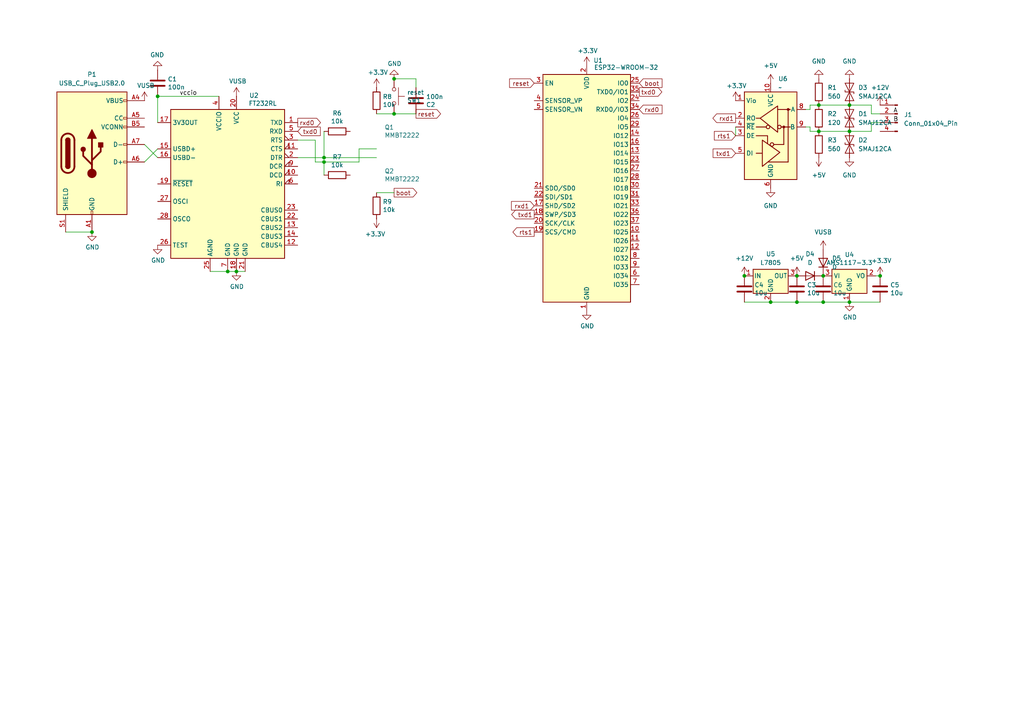
<source format=kicad_sch>
(kicad_sch (version 20231120) (generator "eeschema") (generator_version "8.0")
  (paper "A4")
  (lib_symbols
    (symbol "Connector:Conn_01x04_Pin" (pin_names (offset 1.016) hide)
      (property "Reference" "J" (at 0 5.08 0))
      (property "Value" "Conn_01x04_Pin" (at 0 -7.62 0))
      (symbol "Conn_01x04_Pin_1_1"
        (polyline (pts (xy 1.27 -5.08) (xy 0.8636 -5.08)) (stroke (width 0.1524)))
        (polyline (pts (xy 1.27 -2.54) (xy 0.8636 -2.54)) (stroke (width 0.1524)))
        (polyline (pts (xy 1.27 0) (xy 0.8636 0)) (stroke (width 0.1524)))
        (polyline (pts (xy 1.27 2.54) (xy 0.8636 2.54)) (stroke (width 0.1524)))
        (rectangle (start 0.8636 -4.953) (end 0 -5.207) (stroke (width 0.1524)) (fill (type outline)))
        (rectangle (start 0.8636 -2.413) (end 0 -2.667) (stroke (width 0.1524)) (fill (type outline)))
        (rectangle (start 0.8636 0.127) (end 0 -0.127) (stroke (width 0.1524)) (fill (type outline)))
        (rectangle (start 0.8636 2.667) (end 0 2.413) (stroke (width 0.1524)) (fill (type outline)))
        (pin passive line (at 5.08 2.54 180) (length 3.81) (name "Pin_1") (number "1"))
        (pin passive line (at 5.08 0 180) (length 3.81) (name "Pin_2") (number "2"))
        (pin passive line (at 5.08 -2.54 180) (length 3.81) (name "Pin_3") (number "3"))
        (pin passive line (at 5.08 -5.08 180) (length 3.81) (name "Pin_4") (number "4"))
      )
    )
    (symbol "Connector:USB_C_Plug_USB2.0" (pin_names (offset 1.016))
      (property "Reference" "P" (at -10.16 19.05 0))
      (property "Value" "USB_C_Plug_USB2.0" (at 12.7 19.05 0))
      (symbol "USB_C_Plug_USB2.0_0_0"
        (rectangle (start -0.254 -17.78) (end 0.254 -16.764))
        (rectangle (start 10.16 -2.286) (end 9.144 -2.794))
        (rectangle (start 10.16 2.794) (end 9.144 2.286))
        (rectangle (start 10.16 7.874) (end 9.144 7.366))
        (rectangle (start 10.16 10.414) (end 9.144 9.906))
        (rectangle (start 10.16 15.494) (end 9.144 14.986))
      )
      (symbol "USB_C_Plug_USB2.0_0_1"
        (rectangle (start -10.16 17.78) (end 10.16 -17.78) (stroke (width 0.254)) (fill (type background)))
        (arc (start -8.89 -3.81) (mid -6.985 -5.7067) (end -5.08 -3.81) (stroke (width 0.508)))
        (arc (start -7.62 -3.81) (mid -6.985 -4.4423) (end -6.35 -3.81) (stroke (width 0.254)))
        (arc (start -7.62 -3.81) (mid -6.985 -4.4423) (end -6.35 -3.81) (stroke (width 0.254)) (fill (type outline)))
        (rectangle (start -7.62 -3.81) (end -6.35 3.81) (stroke (width 0.254)) (fill (type outline)))
        (arc (start -6.35 3.81) (mid -6.985 4.4423) (end -7.62 3.81) (stroke (width 0.254)))
        (arc (start -6.35 3.81) (mid -6.985 4.4423) (end -7.62 3.81) (stroke (width 0.254)) (fill (type outline)))
        (arc (start -5.08 3.81) (mid -6.985 5.7067) (end -8.89 3.81) (stroke (width 0.508)))
        (circle (center -2.54 1.143) (radius 0.635) (stroke (width 0.254)) (fill (type outline)))
        (circle (center 0 -5.842) (radius 1.27) (fill (type outline)))
        (polyline (pts (xy -8.89 -3.81) (xy -8.89 3.81)) (stroke (width 0.508)))
        (polyline (pts (xy -5.08 3.81) (xy -5.08 -3.81)) (stroke (width 0.508)))
        (polyline (pts (xy 0 -5.842) (xy 0 4.318)) (stroke (width 0.508)))
        (polyline (pts (xy 0 -3.302) (xy -2.54 -0.762) (xy -2.54 0.508)) (stroke (width 0.508)))
        (polyline (pts (xy 0 -2.032) (xy 2.54 0.508) (xy 2.54 1.778)) (stroke (width 0.508)))
        (polyline (pts (xy -1.27 4.318) (xy 0 6.858) (xy 1.27 4.318) (xy -1.27 4.318)) (stroke (width 0.254)) (fill (type outline)))
        (rectangle (start 1.905 1.778) (end 3.175 3.048) (stroke (width 0.254)) (fill (type outline)))
      )
      (symbol "USB_C_Plug_USB2.0_1_1"
        (pin passive line (at 0 -22.86 90) (length 5.08) (name "GND") (number "A1"))
        (pin passive line (at 0 -22.86 90) (length 5.08) hide (name "GND") (number "A12"))
        (pin passive line (at 15.24 15.24 180) (length 5.08) (name "VBUS") (number "A4"))
        (pin bidirectional line (at 15.24 10.16 180) (length 5.08) (name "CC") (number "A5"))
        (pin bidirectional line (at 15.24 -2.54 180) (length 5.08) (name "D+") (number "A6"))
        (pin bidirectional line (at 15.24 2.54 180) (length 5.08) (name "D-") (number "A7"))
        (pin passive line (at 15.24 15.24 180) (length 5.08) hide (name "VBUS") (number "A9"))
        (pin passive line (at 0 -22.86 90) (length 5.08) hide (name "GND") (number "B1"))
        (pin passive line (at 0 -22.86 90) (length 5.08) hide (name "GND") (number "B12"))
        (pin passive line (at 15.24 15.24 180) (length 5.08) hide (name "VBUS") (number "B4"))
        (pin bidirectional line (at 15.24 7.62 180) (length 5.08) (name "VCONN") (number "B5"))
        (pin passive line (at 15.24 15.24 180) (length 5.08) hide (name "VBUS") (number "B9"))
        (pin passive line (at -7.62 -22.86 90) (length 5.08) (name "SHIELD") (number "S1"))
      )
    )
    (symbol "Device:C" (pin_numbers hide) (pin_names (offset 0.254))
      (property "Reference" "C" (at 0.635 2.54 0))
      (property "Value" "C" (at 0.635 -2.54 0))
      (symbol "C_0_1"
        (polyline (pts (xy -2.032 -0.762) (xy 2.032 -0.762)) (stroke (width 0.508)))
        (polyline (pts (xy -2.032 0.762) (xy 2.032 0.762)) (stroke (width 0.508)))
      )
      (symbol "C_1_1"
        (pin passive line (at 0 3.81 270) (length 2.794) (name "~") (number "1"))
        (pin passive line (at 0 -3.81 90) (length 2.794) (name "~") (number "2"))
      )
    )
    (symbol "Device:D" (pin_numbers hide) (pin_names (offset 1.016) hide)
      (property "Reference" "D" (at 0 2.54 0))
      (property "Value" "D" (at 0 -2.54 0))
      (symbol "D_0_1"
        (polyline (pts (xy -1.27 1.27) (xy -1.27 -1.27)) (stroke (width 0.254)))
        (polyline (pts (xy 1.27 0) (xy -1.27 0)))
        (polyline (pts (xy 1.27 1.27) (xy 1.27 -1.27) (xy -1.27 0) (xy 1.27 1.27)) (stroke (width 0.254)))
      )
      (symbol "D_1_1"
        (pin passive line (at -3.81 0 0) (length 2.54) (name "K") (number "1"))
        (pin passive line (at 3.81 0 180) (length 2.54) (name "A") (number "2"))
      )
    )
    (symbol "Device:R" (pin_numbers hide) (pin_names (offset 0))
      (property "Reference" "R" (at 2.032 0 90))
      (property "Value" "R" (at 0 0 90))
      (symbol "R_0_1"
        (rectangle (start -1.016 -2.54) (end 1.016 2.54) (stroke (width 0.254)))
      )
      (symbol "R_1_1"
        (pin passive line (at 0 3.81 270) (length 1.27) (name "~") (number "1"))
        (pin passive line (at 0 -3.81 90) (length 1.27) (name "~") (number "2"))
      )
    )
    (symbol "Diode:SMAJ12CA" (pin_numbers hide) (pin_names (offset 1.016) hide)
      (property "Reference" "D" (at 0 2.54 0))
      (property "Value" "SMAJ12CA" (at 0 -2.54 0))
      (symbol "SMAJ12CA_0_1"
        (polyline (pts (xy 1.27 0) (xy -1.27 0)))
        (polyline (pts (xy -2.54 -1.27) (xy 0 0) (xy -2.54 1.27) (xy -2.54 -1.27)) (stroke (width 0.2032)))
        (polyline (pts (xy 0.508 1.27) (xy 0 1.27) (xy 0 -1.27) (xy -0.508 -1.27)) (stroke (width 0.2032)))
        (polyline (pts (xy 2.54 1.27) (xy 2.54 -1.27) (xy 0 0) (xy 2.54 1.27)) (stroke (width 0.2032)))
      )
      (symbol "SMAJ12CA_1_1"
        (pin passive line (at -3.81 0 0) (length 2.54) (name "A1") (number "1"))
        (pin passive line (at 3.81 0 180) (length 2.54) (name "A2") (number "2"))
      )
    )
    (symbol "Interface_USB:FT232RL"
      (property "Reference" "U" (at -16.51 22.86 0))
      (property "Value" "FT232RL" (at 10.16 22.86 0))
      (symbol "FT232RL_0_1"
        (rectangle (start -16.51 21.59) (end 16.51 -21.59) (stroke (width 0.254)) (fill (type background)))
      )
      (symbol "FT232RL_1_1"
        (pin output line (at 20.32 17.78 180) (length 3.81) (name "TXD") (number "1"))
        (pin input input_low (at 20.32 2.54 180) (length 3.81) (name "DCD") (number "10"))
        (pin input input_low (at 20.32 10.16 180) (length 3.81) (name "CTS") (number "11"))
        (pin bidirectional line (at 20.32 -17.78 180) (length 3.81) (name "CBUS4") (number "12"))
        (pin bidirectional line (at 20.32 -12.7 180) (length 3.81) (name "CBUS2") (number "13"))
        (pin bidirectional line (at 20.32 -15.24 180) (length 3.81) (name "CBUS3") (number "14"))
        (pin bidirectional line (at -20.32 10.16 0) (length 3.81) (name "USBD+") (number "15"))
        (pin bidirectional line (at -20.32 7.62 0) (length 3.81) (name "USBD-") (number "16"))
        (pin power_out line (at -20.32 17.78 0) (length 3.81) (name "3V3OUT") (number "17"))
        (pin power_in line (at 2.54 -25.4 90) (length 3.81) (name "GND") (number "18"))
        (pin input line (at -20.32 0 0) (length 3.81) (name "~{RESET}") (number "19"))
        (pin output output_low (at 20.32 7.62 180) (length 3.81) (name "DTR") (number "2"))
        (pin power_in line (at 2.54 25.4 270) (length 3.81) (name "VCC") (number "20"))
        (pin power_in line (at 5.08 -25.4 90) (length 3.81) (name "GND") (number "21"))
        (pin bidirectional line (at 20.32 -10.16 180) (length 3.81) (name "CBUS1") (number "22"))
        (pin bidirectional line (at 20.32 -7.62 180) (length 3.81) (name "CBUS0") (number "23"))
        (pin power_in line (at -5.08 -25.4 90) (length 3.81) (name "AGND") (number "25"))
        (pin input line (at -20.32 -17.78 0) (length 3.81) (name "TEST") (number "26"))
        (pin input line (at -20.32 -5.08 0) (length 3.81) (name "OSCI") (number "27"))
        (pin output line (at -20.32 -10.16 0) (length 3.81) (name "OSCO") (number "28"))
        (pin output output_low (at 20.32 12.7 180) (length 3.81) (name "RTS") (number "3"))
        (pin power_in line (at -2.54 25.4 270) (length 3.81) (name "VCCIO") (number "4"))
        (pin input line (at 20.32 15.24 180) (length 3.81) (name "RXD") (number "5"))
        (pin input input_low (at 20.32 0 180) (length 3.81) (name "RI") (number "6"))
        (pin power_in line (at 0 -25.4 90) (length 3.81) (name "GND") (number "7"))
        (pin input input_low (at 20.32 5.08 180) (length 3.81) (name "DCR") (number "9"))
      )
    )
    (symbol "RF_Module:ESP32-WROOM-32"
      (property "Reference" "U" (at -12.7 34.29 0))
      (property "Value" "ESP32-WROOM-32" (at 1.27 34.29 0))
      (symbol "ESP32-WROOM-32_0_1"
        (rectangle (start -12.7 33.02) (end 12.7 -33.02) (stroke (width 0.254)) (fill (type background)))
      )
      (symbol "ESP32-WROOM-32_1_1"
        (pin power_in line (at 0 -35.56 90) (length 2.54) (name "GND") (number "1"))
        (pin bidirectional line (at 15.24 -12.7 180) (length 2.54) (name "IO25") (number "10"))
        (pin bidirectional line (at 15.24 -15.24 180) (length 2.54) (name "IO26") (number "11"))
        (pin bidirectional line (at 15.24 -17.78 180) (length 2.54) (name "IO27") (number "12"))
        (pin bidirectional line (at 15.24 10.16 180) (length 2.54) (name "IO14") (number "13"))
        (pin bidirectional line (at 15.24 15.24 180) (length 2.54) (name "IO12") (number "14"))
        (pin passive line (at 0 -35.56 90) (length 2.54) hide (name "GND") (number "15"))
        (pin bidirectional line (at 15.24 12.7 180) (length 2.54) (name "IO13") (number "16"))
        (pin bidirectional line (at -15.24 -5.08 0) (length 2.54) (name "SHD/SD2") (number "17"))
        (pin bidirectional line (at -15.24 -7.62 0) (length 2.54) (name "SWP/SD3") (number "18"))
        (pin bidirectional line (at -15.24 -12.7 0) (length 2.54) (name "SCS/CMD") (number "19"))
        (pin power_in line (at 0 35.56 270) (length 2.54) (name "VDD") (number "2"))
        (pin bidirectional line (at -15.24 -10.16 0) (length 2.54) (name "SCK/CLK") (number "20"))
        (pin bidirectional line (at -15.24 0 0) (length 2.54) (name "SDO/SD0") (number "21"))
        (pin bidirectional line (at -15.24 -2.54 0) (length 2.54) (name "SDI/SD1") (number "22"))
        (pin bidirectional line (at 15.24 7.62 180) (length 2.54) (name "IO15") (number "23"))
        (pin bidirectional line (at 15.24 25.4 180) (length 2.54) (name "IO2") (number "24"))
        (pin bidirectional line (at 15.24 30.48 180) (length 2.54) (name "IO0") (number "25"))
        (pin bidirectional line (at 15.24 20.32 180) (length 2.54) (name "IO4") (number "26"))
        (pin bidirectional line (at 15.24 5.08 180) (length 2.54) (name "IO16") (number "27"))
        (pin bidirectional line (at 15.24 2.54 180) (length 2.54) (name "IO17") (number "28"))
        (pin bidirectional line (at 15.24 17.78 180) (length 2.54) (name "IO5") (number "29"))
        (pin input line (at -15.24 30.48 0) (length 2.54) (name "EN") (number "3"))
        (pin bidirectional line (at 15.24 0 180) (length 2.54) (name "IO18") (number "30"))
        (pin bidirectional line (at 15.24 -2.54 180) (length 2.54) (name "IO19") (number "31"))
        (pin no_connect line (at -12.7 -27.94 0) (length 2.54) hide (name "NC") (number "32"))
        (pin bidirectional line (at 15.24 -5.08 180) (length 2.54) (name "IO21") (number "33"))
        (pin bidirectional line (at 15.24 22.86 180) (length 2.54) (name "RXD0/IO3") (number "34"))
        (pin bidirectional line (at 15.24 27.94 180) (length 2.54) (name "TXD0/IO1") (number "35"))
        (pin bidirectional line (at 15.24 -7.62 180) (length 2.54) (name "IO22") (number "36"))
        (pin bidirectional line (at 15.24 -10.16 180) (length 2.54) (name "IO23") (number "37"))
        (pin passive line (at 0 -35.56 90) (length 2.54) hide (name "GND") (number "38"))
        (pin passive line (at 0 -35.56 90) (length 2.54) hide (name "GND") (number "39"))
        (pin input line (at -15.24 25.4 0) (length 2.54) (name "SENSOR_VP") (number "4"))
        (pin input line (at -15.24 22.86 0) (length 2.54) (name "SENSOR_VN") (number "5"))
        (pin input line (at 15.24 -25.4 180) (length 2.54) (name "IO34") (number "6"))
        (pin input line (at 15.24 -27.94 180) (length 2.54) (name "IO35") (number "7"))
        (pin bidirectional line (at 15.24 -20.32 180) (length 2.54) (name "IO32") (number "8"))
        (pin bidirectional line (at 15.24 -22.86 180) (length 2.54) (name "IO33") (number "9"))
      )
    )
    (symbol "Regulator_Linear:AMS1117-3.3"
      (property "Reference" "U" (at -3.81 3.175 0))
      (property "Value" "AMS1117-3.3" (at 0 3.175 0))
      (symbol "AMS1117-3.3_0_1"
        (rectangle (start -5.08 -5.08) (end 5.08 1.905) (stroke (width 0.254)) (fill (type background)))
      )
      (symbol "AMS1117-3.3_1_1"
        (pin power_in line (at 0 -7.62 90) (length 2.54) (name "GND") (number "1"))
        (pin power_out line (at 7.62 0 180) (length 2.54) (name "VO") (number "2"))
        (pin power_in line (at -7.62 0 0) (length 2.54) (name "VI") (number "3"))
      )
    )
    (symbol "Regulator_Linear:L7805" (pin_names (offset 0.254))
      (property "Reference" "U" (at -3.81 3.175 0))
      (property "Value" "L7805" (at 0 3.175 0))
      (symbol "L7805_0_1"
        (rectangle (start -5.08 1.905) (end 5.08 -5.08) (stroke (width 0.254)) (fill (type background)))
      )
      (symbol "L7805_1_1"
        (pin power_in line (at -7.62 0 0) (length 2.54) (name "IN") (number "1"))
        (pin power_in line (at 0 -7.62 90) (length 2.54) (name "GND") (number "2"))
        (pin power_out line (at 7.62 0 180) (length 2.54) (name "OUT") (number "3"))
      )
    )
    (symbol "Switch:SW_Push" (pin_numbers hide) (pin_names (offset 1.016) hide)
      (property "Reference" "SW" (at 1.27 2.54 0))
      (property "Value" "SW_Push" (at 0 -1.524 0))
      (symbol "SW_Push_0_1"
        (circle (center -2.032 0) (radius 0.508))
        (polyline (pts (xy 0 1.27) (xy 0 3.048)))
        (polyline (pts (xy 2.54 1.27) (xy -2.54 1.27)))
        (circle (center 2.032 0) (radius 0.508))
        (pin passive line (at -5.08 0 0) (length 2.54) (name "1") (number "1"))
        (pin passive line (at 5.08 0 180) (length 2.54) (name "2") (number "2"))
      )
    )
    (symbol "maarten:ADM3066E"
      (property "Reference" "U" (at 0 0 0))
      (symbol "ADM3066E_0_1"
        (rectangle (start -7.62 12.7) (end 7.62 -12.7) (stroke (width 0.254)) (fill (type background)))
      )
      (symbol "ADM3066E_1_1"
        (circle (center -0.762 2.54) (radius 0.508) (stroke (width 0.254)))
        (polyline (pts (xy -4.191 2.54) (xy -1.27 2.54)) (stroke (width 0.254)))
        (polyline (pts (xy -2.54 -5.08) (xy -4.191 -5.08)) (stroke (width 0.254)))
        (polyline (pts (xy -0.635 -7.62) (xy 5.08 -7.62)) (stroke (width 0.254)))
        (polyline (pts (xy 0.889 -2.54) (xy 3.81 -2.54)) (stroke (width 0.254)))
        (polyline (pts (xy 2.032 7.62) (xy 5.715 7.62)) (stroke (width 0.254)))
        (polyline (pts (xy 3.048 2.54) (xy 5.715 2.54)) (stroke (width 0.254)))
        (polyline (pts (xy 3.81 -2.54) (xy 3.81 2.54)) (stroke (width 0.254)))
        (polyline (pts (xy 5.08 -7.62) (xy 5.08 7.62)) (stroke (width 0.254)))
        (polyline (pts (xy -4.191 0) (xy -0.889 0) (xy -0.889 -2.286)) (stroke (width 0.254)))
        (polyline (pts (xy -3.175 5.08) (xy -4.191 5.08) (xy -4.064 5.08)) (stroke (width 0.254)))
        (polyline (pts (xy -2.413 -5.08) (xy -2.413 -1.27) (xy 2.667 -4.826) (xy -2.413 -8.89) (xy -2.413 -5.08)) (stroke (width 0.254)))
        (polyline (pts (xy 2.032 4.826) (xy 2.032 8.636) (xy -3.048 5.08) (xy 2.032 1.016) (xy 2.032 4.826)) (stroke (width 0.254)))
        (circle (center 0.381 -2.54) (radius 0.508) (stroke (width 0.254)))
        (circle (center 2.54 2.54) (radius 0.508) (stroke (width 0.254)))
        (circle (center 3.81 2.54) (radius 0.2794) (stroke (width 0.254)) (fill (type outline)))
        (circle (center 5.08 7.62) (radius 0.2794) (stroke (width 0.254)) (fill (type outline)))
        (pin power_in line (at -10.16 10.16 0) (length 2.54) (name "Vio") (number "1"))
        (pin power_in line (at 0 15.24 270) (length 2.54) (name "VCC") (number "10"))
        (pin output line (at -10.16 5.08 0) (length 2.54) (name "RO") (number "2"))
        (pin input line (at -10.16 0 0) (length 2.54) (name "DE") (number "3"))
        (pin input line (at -10.16 2.54 0) (length 2.54) (name "~{RE}") (number "4"))
        (pin input line (at -10.16 -5.08 0) (length 2.54) (name "DI") (number "5"))
        (pin power_in line (at 0 -15.24 90) (length 2.54) (name "GND") (number "6"))
        (pin bidirectional line (at 10.16 7.62 180) (length 2.54) (name "A") (number "8"))
        (pin bidirectional line (at 10.16 2.54 180) (length 2.54) (name "B") (number "9"))
      )
    )
    (symbol "power:+12V" (power) (pin_numbers hide) (pin_names (offset 0) hide)
      (property "Value" "+12V" (at 0 3.556 0))
      (symbol "+12V_0_1"
        (polyline (pts (xy -0.762 1.27) (xy 0 2.54)))
        (polyline (pts (xy 0 0) (xy 0 2.54)))
        (polyline (pts (xy 0 2.54) (xy 0.762 1.27)))
      )
      (symbol "+12V_1_1"
        (pin power_in line (at 0 0 90) (length 0) (name "~") (number "1"))
      )
    )
    (symbol "power:+3.3V" (power) (pin_numbers hide) (pin_names (offset 0) hide)
      (property "Value" "+3.3V" (at 0 3.556 0))
      (symbol "+3.3V_0_1"
        (polyline (pts (xy -0.762 1.27) (xy 0 2.54)))
        (polyline (pts (xy 0 0) (xy 0 2.54)))
        (polyline (pts (xy 0 2.54) (xy 0.762 1.27)))
      )
      (symbol "+3.3V_1_1"
        (pin power_in line (at 0 0 90) (length 0) (name "~") (number "1"))
      )
    )
    (symbol "power:+5V" (power) (pin_numbers hide) (pin_names (offset 0) hide)
      (property "Value" "+5V" (at 0 3.556 0))
      (symbol "+5V_0_1"
        (polyline (pts (xy -0.762 1.27) (xy 0 2.54)))
        (polyline (pts (xy 0 0) (xy 0 2.54)))
        (polyline (pts (xy 0 2.54) (xy 0.762 1.27)))
      )
      (symbol "+5V_1_1"
        (pin power_in line (at 0 0 90) (length 0) (name "~") (number "1"))
      )
    )
    (symbol "power:GND" (power) (pin_numbers hide) (pin_names (offset 0) hide)
      (property "Value" "GND" (at 0 -3.81 0))
      (symbol "GND_0_1"
        (polyline (pts (xy 0 0) (xy 0 -1.27) (xy 1.27 -1.27) (xy 0 -2.54) (xy -1.27 -1.27) (xy 0 -1.27)))
      )
      (symbol "GND_1_1"
        (pin power_in line (at 0 0 270) (length 0) (name "~") (number "1"))
      )
    )
    (symbol "power:VBUS" (power) (pin_numbers hide) (pin_names (offset 0) hide)
      (property "Value" "VBUS" (at 0 3.556 0))
      (symbol "VBUS_0_1"
        (polyline (pts (xy -0.762 1.27) (xy 0 2.54)))
        (polyline (pts (xy 0 0) (xy 0 2.54)))
        (polyline (pts (xy 0 2.54) (xy 0.762 1.27)))
      )
      (symbol "VBUS_1_1"
        (pin power_in line (at 0 0 90) (length 0) (name "~") (number "1"))
      )
    )
  )
  (junction (at 238.76 80.01))
  (junction (at 26.67 67.31))
  (junction (at 231.14 87.63))
  (junction (at 255.27 80.01))
  (junction (at 231.14 80.01))
  (junction (at 237.49 30.48))
  (junction (at 215.9 80.01))
  (junction (at 246.38 87.63))
  (junction (at 45.72 27.94))
  (junction (at 238.76 87.63))
  (junction (at 223.52 87.63))
  (junction (at 68.58 78.74))
  (junction (at 93.98 46.99))
  (junction (at 114.3 33.02))
  (junction (at 114.3 22.86))
  (junction (at 246.38 38.1))
  (junction (at 93.98 45.72))
  (junction (at 246.38 30.48))
  (junction (at 66.04 78.74))
  (junction (at 237.49 38.1))
  (wire (pts (xy 45.72 43.18) (xy 41.91 46.99)))
  (wire (pts (xy 109.22 55.88) (xy 114.3 55.88)))
  (wire (pts (xy 223.52 87.63) (xy 231.14 87.63)))
  (wire (pts (xy 255.27 33.02) (xy 252.73 33.02)))
  (wire (pts (xy 91.44 46.99) (xy 93.98 46.99)))
  (wire (pts (xy 104.14 43.18) (xy 109.22 43.18)))
  (wire (pts (xy 213.36 36.83) (xy 213.36 39.37)))
  (wire (pts (xy 93.98 50.8) (xy 93.98 46.99)))
  (wire (pts (xy 252.73 35.56) (xy 252.73 38.1)))
  (wire (pts (xy 114.3 33.02) (xy 120.65 33.02)))
  (wire (pts (xy 45.72 45.72) (xy 41.91 41.91)))
  (wire (pts (xy 66.04 78.74) (xy 68.58 78.74)))
  (wire (pts (xy 215.9 87.63) (xy 223.52 87.63)))
  (wire (pts (xy 68.58 78.74) (xy 71.12 78.74)))
  (wire (pts (xy 234.95 38.1) (xy 237.49 38.1)))
  (wire (pts (xy 252.73 33.02) (xy 252.73 30.48)))
  (wire (pts (xy 238.76 87.63) (xy 246.38 87.63)))
  (wire (pts (xy 246.38 87.63) (xy 255.27 87.63)))
  (wire (pts (xy 252.73 30.48) (xy 246.38 30.48)))
  (wire (pts (xy 252.73 38.1) (xy 246.38 38.1)))
  (wire (pts (xy 120.65 25.4) (xy 120.65 22.86)))
  (wire (pts (xy 255.27 35.56) (xy 252.73 35.56)))
  (wire (pts (xy 91.44 40.64) (xy 91.44 46.99)))
  (wire (pts (xy 234.95 36.83) (xy 234.95 38.1)))
  (wire (pts (xy 93.98 45.72) (xy 93.98 38.1)))
  (wire (pts (xy 231.14 87.63) (xy 238.76 87.63)))
  (wire (pts (xy 254 80.01) (xy 255.27 80.01)))
  (wire (pts (xy 237.49 38.1) (xy 246.38 38.1)))
  (wire (pts (xy 109.22 33.02) (xy 114.3 33.02)))
  (wire (pts (xy 93.98 46.99) (xy 104.14 46.99)))
  (wire (pts (xy 86.36 40.64) (xy 91.44 40.64)))
  (wire (pts (xy 19.05 67.31) (xy 26.67 67.31)))
  (wire (pts (xy 233.68 36.83) (xy 234.95 36.83)))
  (wire (pts (xy 234.95 30.48) (xy 237.49 30.48)))
  (wire (pts (xy 120.65 22.86) (xy 114.3 22.86)))
  (wire (pts (xy 237.49 30.48) (xy 246.38 30.48)))
  (wire (pts (xy 60.96 78.74) (xy 66.04 78.74)))
  (wire (pts (xy 86.36 45.72) (xy 93.98 45.72)))
  (wire (pts (xy 45.72 35.56) (xy 45.72 27.94)))
  (wire (pts (xy 234.95 31.75) (xy 234.95 30.48)))
  (wire (pts (xy 233.68 31.75) (xy 234.95 31.75)))
  (wire (pts (xy 109.22 45.72) (xy 93.98 45.72)))
  (wire (pts (xy 45.72 27.94) (xy 63.5 27.94)))
  (wire (pts (xy 104.14 46.99) (xy 104.14 43.18)))
  (label "A" (at 259.08 33.02 0))
  (label "B" (at 259.08 35.56 0))
  (label "vccio" (at 52.07 27.94 0))
  (global_label "txd0" (shape output) (at 185.42 26.67 0) (property "Intersheetrefs" "${INTERSHEET_REFS}" (effects (hide yes))))
  (global_label "rxd1" (shape input) (at 154.94 59.69 180) (property "Intersheetrefs" "${INTERSHEET_REFS}" (effects (hide yes))))
  (global_label "rxd1" (shape output) (at 213.36 34.29 180) (property "Intersheetrefs" "${INTERSHEET_REFS}" (effects (hide yes))))
  (global_label "rxd0" (shape input) (at 185.42 31.75 0) (property "Intersheetrefs" "${INTERSHEET_REFS}" (effects (hide yes))))
  (global_label "txd1" (shape output) (at 154.94 62.23 180) (property "Intersheetrefs" "${INTERSHEET_REFS}" (effects (hide yes))))
  (global_label "boot" (shape output) (at 114.3 55.88 0) (property "Intersheetrefs" "${INTERSHEET_REFS}" (effects (hide yes))))
  (global_label "reset" (shape input) (at 154.94 24.13 180) (property "Intersheetrefs" "${INTERSHEET_REFS}" (effects (hide yes))))
  (global_label "txd0" (shape input) (at 86.36 38.1 0) (property "Intersheetrefs" "${INTERSHEET_REFS}" (effects (hide yes))))
  (global_label "boot" (shape input) (at 185.42 24.13 0) (property "Intersheetrefs" "${INTERSHEET_REFS}" (effects (hide yes))))
  (global_label "rts1" (shape output) (at 154.94 67.31 180) (property "Intersheetrefs" "${INTERSHEET_REFS}" (effects (hide yes))))
  (global_label "reset" (shape output) (at 120.65 33.02 0) (property "Intersheetrefs" "${INTERSHEET_REFS}" (effects (hide yes))))
  (global_label "rts1" (shape input) (at 213.36 39.37 180) (property "Intersheetrefs" "${INTERSHEET_REFS}" (effects (hide yes))))
  (global_label "txd1" (shape input) (at 213.36 44.45 180) (property "Intersheetrefs" "${INTERSHEET_REFS}" (effects (hide yes))))
  (global_label "rxd0" (shape output) (at 86.36 35.56 0) (property "Intersheetrefs" "${INTERSHEET_REFS}" (effects (hide yes))))
  (symbol (lib_id "Device:C") (at 255.27 83.82 0) (unit 1)
    (property "Reference" "C5" (at 258.191 82.6516 0) (effects (justify left)))
    (property "Value" "10u" (at 258.191 84.963 0) (effects (justify left)))
    (property "Footprint" "Capacitor_SMD:C_1206_3216Metric" (effects (hide yes)))
  )
  (symbol (lib_id "dk_Transistors-Bipolar-BJT-Single:MMBT2222A-TP") (at 106.68 38.1 0) (unit 1)
    (property "Reference" "Q1" (at 111.5314 36.9316 0) (effects (justify left)))
    (property "Value" "MMBT2222" (at 111.5314 39.243 0) (effects (justify left)))
    (property "Footprint" "Package_TO_SOT_SMD:SOT-23" (effects (hide yes)))
    (property "Datasheet" "http://www.nxp.com/documents/data_sheet/PMBT2222AYS.pdf" (effects (hide yes)))
  )
  (symbol (lib_id "Diode:SMAJ12CA") (at 246.38 41.91 90) (unit 1)
    (property "Reference" "D2" (at 248.92 40.6399 90) (effects (justify right)))
    (property "Value" "SMAJ12CA" (at 248.92 43.1799 90) (effects (justify right)))
    (property "Footprint" "Diode_SMD:D_SMA" (effects (hide yes)))
    (property "Datasheet" "https://www.littelfuse.com/media?resourcetype=datasheets&itemid=75e32973-b177-4ee3-a0ff-cedaf1abdb93&filename=smaj-datasheet" (effects (hide yes)))
    (property "Description" "400W bidirectional Transient Voltage Suppressor, 12.0Vr, SMA(DO-214AC)" (effects (hide yes)))
  )
  (symbol (lib_id "Device:R") (at 109.22 29.21 0) (unit 1)
    (property "Reference" "R8" (at 110.998 28.0416 0) (effects (justify left)))
    (property "Value" "10k" (at 110.998 30.353 0) (effects (justify left)))
    (property "Footprint" "Resistor_SMD:R_0805_2012Metric_Pad1.20x1.40mm_HandSolder" (effects (hide yes)))
  )
  (symbol (lib_id "power:GND") (at 26.67 67.31 0) (unit 1)
    (property "Reference" "#PWR03" (effects (hide yes)))
    (property "Value" "GND" (at 26.797 71.7042 0))
  )
  (symbol (lib_id "Device:R") (at 237.49 41.91 0) (unit 1)
    (property "Reference" "R3" (at 240.03 40.6399 0) (effects (justify left)))
    (property "Value" "560" (at 240.03 43.1799 0) (effects (justify left)))
    (property "Footprint" "Resistor_SMD:R_0805_2012Metric_Pad1.20x1.40mm_HandSolder" (effects (hide yes)))
    (property "Description" "Resistor" (effects (hide yes)))
  )
  (symbol (lib_id "power:VBUS") (at 41.91 29.21 0) (unit 1)
    (property "Reference" "#PWR05" (effects (hide yes)))
    (property "Value" "VUSB" (at 42.291 24.8158 0))
  )
  (symbol (lib_id "power:+12V") (at 255.27 30.48 0) (mirror y) (unit 1)
    (property "Reference" "#PWR01" (effects (hide yes)))
    (property "Value" "+12V" (at 255.27 25.4 0))
    (property "Description" "Power symbol creates a global label with name \"+12V\"" (effects (hide yes)))
  )
  (symbol (lib_id "Device:C") (at 238.76 83.82 0) (unit 1)
    (property "Reference" "C6" (at 241.681 82.6516 0) (effects (justify left)))
    (property "Value" "10u" (at 241.681 84.963 0) (effects (justify left)))
    (property "Footprint" "Capacitor_SMD:C_1206_3216Metric" (effects (hide yes)))
  )
  (symbol (lib_id "power:GND") (at 45.72 71.12 0) (unit 1)
    (property "Reference" "#PWR010" (effects (hide yes)))
    (property "Value" "GND" (at 45.847 75.5142 0))
  )
  (symbol (lib_id "power:+5V") (at 223.52 24.13 0) (unit 1)
    (property "Reference" "#PWR08" (effects (hide yes)))
    (property "Value" "+5V" (at 223.52 19.05 0))
    (property "Description" "Power symbol creates a global label with name \"+5V\"" (effects (hide yes)))
  )
  (symbol (lib_id "power:+3.3V") (at 109.22 25.4 0) (unit 1)
    (property "Reference" "#PWR023" (effects (hide yes)))
    (property "Value" "+3.3V" (at 109.601 21.0058 0))
  )
  (symbol (lib_id "Diode:SMAJ12CA") (at 246.38 34.29 90) (unit 1)
    (property "Reference" "D1" (at 248.92 33.0199 90) (effects (justify right)))
    (property "Value" "SMAJ12CA" (at 248.92 35.5599 90) (effects (justify right)))
    (property "Footprint" "Diode_SMD:D_SMA" (effects (hide yes)))
    (property "Datasheet" "https://www.littelfuse.com/media?resourcetype=datasheets&itemid=75e32973-b177-4ee3-a0ff-cedaf1abdb93&filename=smaj-datasheet" (effects (hide yes)))
    (property "Description" "400W bidirectional Transient Voltage Suppressor, 12.0Vr, SMA(DO-214AC)" (effects (hide yes)))
  )
  (symbol (lib_id "Device:D") (at 238.76 76.2 90) (unit 1)
    (property "Reference" "D5" (at 241.3 74.9299 90) (effects (justify right)))
    (property "Value" "D" (at 241.3 77.4699 90) (effects (justify right)))
    (property "Description" "Diode" (effects (hide yes)))
    (property "Sim.Device" "D" (effects (hide yes)))
    (property "Sim.Pins" "1=K 2=A" (effects (hide yes)))
  )
  (symbol (lib_id "Device:R") (at 97.79 50.8 90) (unit 1)
    (property "Reference" "R7" (at 97.79 45.5422 90))
    (property "Value" "10k" (at 97.79 47.8536 90))
    (property "Footprint" "Resistor_SMD:R_0805_2012Metric_Pad1.20x1.40mm_HandSolder" (effects (hide yes)))
  )
  (symbol (lib_id "power:GND") (at 223.52 54.61 0) (mirror y) (unit 1)
    (property "Reference" "#PWR011" (effects (hide yes)))
    (property "Value" "GND" (at 223.52 59.69 0))
    (property "Description" "Power symbol creates a global label with name \"GND\" , ground" (effects (hide yes)))
  )
  (symbol (lib_id "Device:C") (at 45.72 24.13 0) (unit 1)
    (property "Reference" "C1" (at 48.641 22.9616 0) (effects (justify left)))
    (property "Value" "100n" (at 48.641 25.273 0) (effects (justify left)))
    (property "Footprint" "Capacitor_SMD:C_1206_3216Metric" (effects (hide yes)))
  )
  (symbol (lib_id "power:+5V") (at 238.76 72.39 0) (unit 1)
    (property "Reference" "#PWR025" (effects (hide yes)))
    (property "Value" "VUSB" (at 238.76 67.31 0))
    (property "Description" "Power symbol creates a global label with name \"+5V\"" (effects (hide yes)))
  )
  (symbol (lib_id "Switch:SW_Push") (at 114.3 27.94 270) (mirror x) (unit 1)
    (property "Reference" "SW1" (at 118.0592 29.1084 90) (effects (justify left)))
    (property "Value" "reset" (at 118.0592 26.797 90) (effects (justify left)))
    (property "Footprint" "Button_Switch_SMD:SW_SPST_TL3305A" (effects (hide yes)))
  )
  (symbol (lib_id "Connector:Conn_01x04_Pin") (at 260.35 33.02 0) (mirror y) (unit 1)
    (property "Reference" "J1" (at 263.398 33.274 0))
    (property "Value" "Conn_01x04_Pin" (at 270.002 35.814 0))
    (property "Footprint" "maarten:PhoenixContact_ICV_2,5_4-G-5,08_1x04_P5.08mm_Vertical" (effects (hide yes)))
    (property "Description" "Generic connector, single row, 01x04, script generated" (effects (hide yes)))
  )
  (symbol (lib_id "power:+12V") (at 215.9 80.01 0) (unit 1)
    (property "Reference" "#PWR020" (effects (hide yes)))
    (property "Value" "+12V" (at 215.9 74.93 0))
    (property "Description" "Power symbol creates a global label with name \"+12V\"" (effects (hide yes)))
  )
  (symbol (lib_id "power:+3.3V") (at 109.22 63.5 180) (unit 1)
    (property "Reference" "#PWR024" (effects (hide yes)))
    (property "Value" "+3.3V" (at 108.839 67.8942 0))
  )
  (symbol (lib_id "Device:C") (at 231.14 83.82 0) (unit 1)
    (property "Reference" "C3" (at 234.061 82.6516 0) (effects (justify left)))
    (property "Value" "10u" (at 234.061 84.963 0) (effects (justify left)))
    (property "Footprint" "Capacitor_SMD:C_1206_3216Metric" (effects (hide yes)))
  )
  (symbol (lib_id "Device:R") (at 237.49 26.67 0) (unit 1)
    (property "Reference" "R1" (at 240.03 25.3999 0) (effects (justify left)))
    (property "Value" "560" (at 240.03 27.9399 0) (effects (justify left)))
    (property "Footprint" "Resistor_SMD:R_0805_2012Metric_Pad1.20x1.40mm_HandSolder" (effects (hide yes)))
    (property "Description" "Resistor" (effects (hide yes)))
  )
  (symbol (lib_id "Device:R") (at 97.79 38.1 90) (unit 1)
    (property "Reference" "R6" (at 97.79 32.8422 90))
    (property "Value" "10k" (at 97.79 35.1536 90))
    (property "Footprint" "Resistor_SMD:R_0805_2012Metric_Pad1.20x1.40mm_HandSolder" (effects (hide yes)))
  )
  (symbol (lib_id "power:GND") (at 246.38 87.63 0) (unit 1)
    (property "Reference" "#PWR028" (effects (hide yes)))
    (property "Value" "GND" (at 246.507 92.0242 0))
  )
  (symbol (lib_id "Device:C") (at 215.9 83.82 0) (unit 1)
    (property "Reference" "C4" (at 218.821 82.6516 0) (effects (justify left)))
    (property "Value" "10u" (at 218.821 84.963 0) (effects (justify left)))
    (property "Footprint" "Capacitor_SMD:C_1206_3216Metric" (effects (hide yes)))
  )
  (symbol (lib_id "Regulator_Linear:AMS1117-3.3") (at 246.38 80.01 0) (unit 1)
    (property "Reference" "U4" (at 246.38 73.8632 0))
    (property "Value" "AMS1117-3.3" (at 246.38 76.1746 0))
    (property "Footprint" "Package_TO_SOT_SMD:SOT-223-3_TabPin2" (effects (hide yes)))
    (property "Datasheet" "http://www.advanced-monolithic.com/pdf/ds1117.pdf" (effects (hide yes)))
  )
  (symbol (lib_id "power:VBUS") (at 68.58 27.94 0) (unit 1)
    (property "Reference" "#PWR015" (effects (hide yes)))
    (property "Value" "VUSB" (at 68.961 23.5458 0))
  )
  (symbol (lib_id "power:GND") (at 170.18 90.17 0) (unit 1)
    (property "Reference" "#PWR031" (effects (hide yes)))
    (property "Value" "GND" (at 170.307 94.5642 0))
  )
  (symbol (lib_id "Diode:SMAJ12CA") (at 246.38 26.67 90) (unit 1)
    (property "Reference" "D3" (at 248.92 25.3999 90) (effects (justify right)))
    (property "Value" "SMAJ12CA" (at 248.92 27.9399 90) (effects (justify right)))
    (property "Footprint" "Diode_SMD:D_SMA" (effects (hide yes)))
    (property "Datasheet" "https://www.littelfuse.com/media?resourcetype=datasheets&itemid=75e32973-b177-4ee3-a0ff-cedaf1abdb93&filename=smaj-datasheet" (effects (hide yes)))
    (property "Description" "400W bidirectional Transient Voltage Suppressor, 12.0Vr, SMA(DO-214AC)" (effects (hide yes)))
  )
  (symbol (lib_id "power:+3.3V") (at 255.27 80.01 0) (unit 1)
    (property "Reference" "#PWR029" (effects (hide yes)))
    (property "Value" "+3.3V" (at 255.651 75.6158 0))
  )
  (symbol (lib_id "power:+5V") (at 231.14 80.01 0) (unit 1)
    (property "Reference" "#PWR021" (effects (hide yes)))
    (property "Value" "+5V" (at 231.14 74.93 0))
    (property "Description" "Power symbol creates a global label with name \"+5V\"" (effects (hide yes)))
  )
  (symbol (lib_id "power:GND") (at 114.3 22.86 0) (mirror x) (unit 1)
    (property "Reference" "#PWR06" (effects (hide yes)))
    (property "Value" "GND" (at 114.427 18.4658 0))
  )
  (symbol (lib_id "power:+5V") (at 237.49 45.72 180) (unit 1)
    (property "Reference" "#PWR07" (effects (hide yes)))
    (property "Value" "+5V" (at 237.49 50.8 0))
    (property "Description" "Power symbol creates a global label with name \"+5V\"" (effects (hide yes)))
  )
  (symbol (lib_id "power:+3.3V") (at 170.18 19.05 0) (unit 1)
    (property "Reference" "#PWR030" (effects (hide yes)))
    (property "Value" "+3.3V" (at 170.434 14.732 0))
  )
  (symbol (lib_id "power:GND") (at 237.49 22.86 0) (mirror x) (unit 1)
    (property "Reference" "#PWR04" (effects (hide yes)))
    (property "Value" "GND" (at 237.49 17.78 0))
    (property "Description" "Power symbol creates a global label with name \"GND\" , ground" (effects (hide yes)))
  )
  (symbol (lib_id "dk_Transistors-Bipolar-BJT-Single:MMBT2222A-TP") (at 106.68 50.8 0) (mirror x) (unit 1)
    (property "Reference" "Q2" (at 111.5314 49.6316 0) (effects (justify left)))
    (property "Value" "MMBT2222" (at 111.5314 51.943 0) (effects (justify left)))
    (property "Footprint" "Package_TO_SOT_SMD:SOT-23" (effects (hide yes)))
    (property "Datasheet" "http://www.nxp.com/documents/data_sheet/PMBT2222AYS.pdf" (effects (hide yes)))
  )
  (symbol (lib_id "Device:R") (at 109.22 59.69 0) (unit 1)
    (property "Reference" "R9" (at 110.998 58.5216 0) (effects (justify left)))
    (property "Value" "10k" (at 110.998 60.833 0) (effects (justify left)))
    (property "Footprint" "Resistor_SMD:R_0805_2012Metric_Pad1.20x1.40mm_HandSolder" (effects (hide yes)))
  )
  (symbol (lib_id "RF_Module:ESP32-WROOM-32") (at 170.18 54.61 0) (unit 1)
    (property "Reference" "U1" (at 173.482 17.526 0))
    (property "Value" "ESP32-WROOM-32" (at 181.61 19.558 0))
    (property "Footprint" "RF_Module:ESP32-WROOM-32" (effects (hide yes)))
    (property "Datasheet" "https://www.espressif.com/sites/default/files/documentation/esp32-wroom-32_datasheet_en.pdf" (effects (hide yes)))
  )
  (symbol (lib_id "Connector:USB_C_Plug_USB2.0") (at 26.67 44.45 0) (unit 1)
    (property "Reference" "P1" (at 26.67 21.59 0))
    (property "Value" "USB_C_Plug_USB2.0" (at 26.67 24.13 0))
    (property "Datasheet" "https://www.usb.org/sites/default/files/documents/usb_type-c.zip" (effects (hide yes)))
    (property "Description" "USB 2.0-only Type-C Plug connector" (effects (hide yes)))
  )
  (symbol (lib_id "power:GND") (at 68.58 78.74 0) (unit 1)
    (property "Reference" "#PWR016" (effects (hide yes)))
    (property "Value" "GND" (at 68.707 83.1342 0))
  )
  (symbol (lib_id "Device:C") (at 120.65 29.21 0) (mirror x) (unit 1)
    (property "Reference" "C2" (at 123.571 30.3784 0) (effects (justify left)))
    (property "Value" "100n" (at 123.571 28.067 0) (effects (justify left)))
    (property "Footprint" "Capacitor_SMD:C_1206_3216Metric" (effects (hide yes)))
  )
  (symbol (lib_id "Device:D") (at 234.95 80.01 180) (unit 1)
    (property "Reference" "D4" (at 234.95 73.66 0))
    (property "Value" "D" (at 234.95 76.2 0))
    (property "Description" "Diode" (effects (hide yes)))
    (property "Sim.Device" "D" (effects (hide yes)))
    (property "Sim.Pins" "1=K 2=A" (effects (hide yes)))
  )
  (symbol (lib_id "power:GND") (at 246.38 22.86 0) (mirror x) (unit 1)
    (property "Reference" "#PWR018" (effects (hide yes)))
    (property "Value" "GND" (at 246.38 17.78 0))
    (property "Description" "Power symbol creates a global label with name \"GND\" , ground" (effects (hide yes)))
  )
  (symbol (lib_id "power:GND") (at 246.38 45.72 0) (mirror y) (unit 1)
    (property "Reference" "#PWR02" (effects (hide yes)))
    (property "Value" "GND" (at 246.38 50.8 0))
    (property "Description" "Power symbol creates a global label with name \"GND\" , ground" (effects (hide yes)))
  )
  (symbol (lib_id "Device:R") (at 237.49 34.29 0) (unit 1)
    (property "Reference" "R2" (at 240.03 33.0199 0) (effects (justify left)))
    (property "Value" "120" (at 240.03 35.5599 0) (effects (justify left)))
    (property "Footprint" "Resistor_SMD:R_0805_2012Metric_Pad1.20x1.40mm_HandSolder" (effects (hide yes)))
    (property "Description" "Resistor" (effects (hide yes)))
  )
  (symbol (lib_id "power:+3.3V") (at 213.36 29.21 0) (unit 1)
    (property "Reference" "#PWR012" (effects (hide yes)))
    (property "Value" "+3.3V" (at 213.614 24.892 0))
  )
  (symbol (lib_id "power:GND") (at 45.72 20.32 180) (unit 1)
    (property "Reference" "#PWR09" (effects (hide yes)))
    (property "Value" "GND" (at 45.593 15.9258 0))
  )
  (symbol (lib_id "maarten:ADM3066E") (at 223.52 39.37 0) (unit 1)
    (property "Reference" "U6" (at 225.7141 22.86 0) (effects (justify left)))
    (property "Value" "~" (at 225.7141 25.4 0) (effects (justify left)))
    (property "Footprint" "Package_SO:SOIC-10_3.9x4.9mm_P1mm" (effects (hide yes)))
  )
  (symbol (lib_id "Regulator_Linear:L7805") (at 223.52 80.01 0) (unit 1)
    (property "Reference" "U5" (at 223.52 73.66 0))
    (property "Value" "L7805" (at 223.52 76.2 0))
    (property "Footprint" "Package_TO_SOT_SMD:TO-252-2" (effects (hide yes)))
    (property "Datasheet" "http://www.st.com/content/ccc/resource/technical/document/datasheet/41/4f/b3/b0/12/d4/47/88/CD00000444.pdf/files/CD00000444.pdf/jcr:content/translations/en.CD00000444.pdf" (effects (hide yes)))
    (property "Description" "Positive 1.5A 35V Linear Regulator, Fixed Output 5V, TO-220/TO-263/TO-252" (effects (hide yes)))
  )
  (symbol (lib_id "Interface_USB:FT232RL") (at 66.04 53.34 0) (unit 1)
    (property "Reference" "U2" (at 73.66 27.686 0))
    (property "Value" "FT232RL" (at 76.2 29.9974 0))
    (property "Footprint" "Package_SO:SSOP-28_5.3x10.2mm_P0.65mm" (effects (hide yes)))
    (property "Datasheet" "http://www.ftdichip.com/Products/ICs/FT232RL.htm" (effects (hide yes)))
  )
)
</source>
